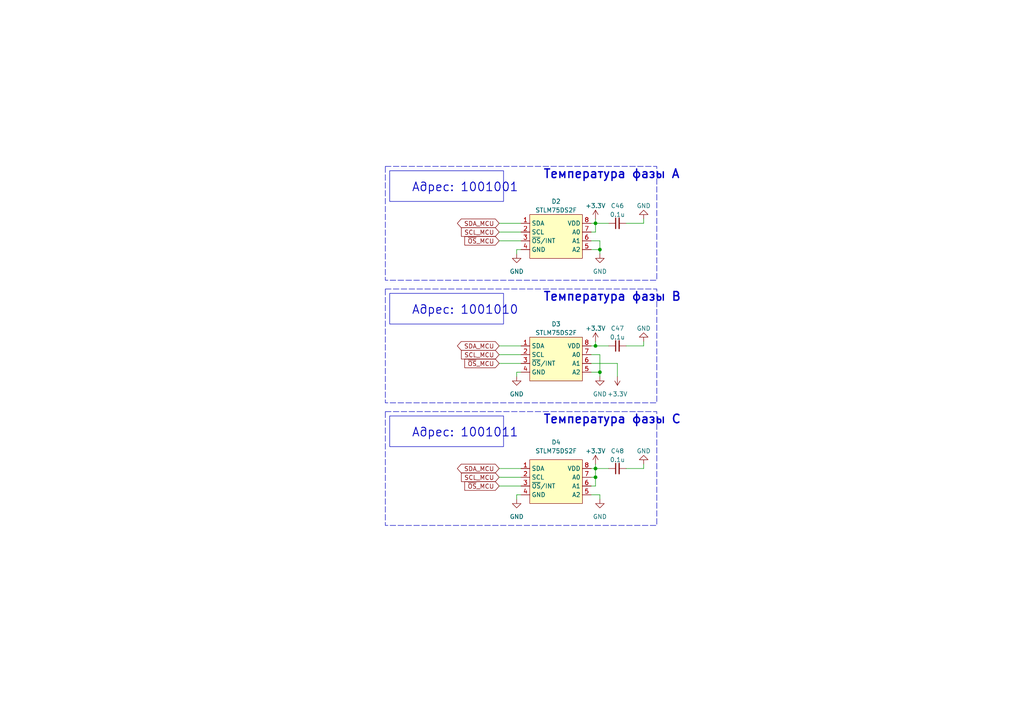
<source format=kicad_sch>
(kicad_sch (version 20230121) (generator eeschema)
  (paper "A4")
  (title_block (company "Московский Политех") (comment 1 "МПСТ.76721.758764.01.Э3.М"))
  (lib_symbols
    (symbol "Device:C_Small" (pin_numbers hide) (pin_names (offset 0.254) hide)
      (property "Reference" "C" (at 0.254 1.778 0))
      (property "Value" "C_Small" (at 0.254 -2.032 0))
      (symbol "C_Small_0_1"
        (polyline (pts (xy -1.524 -0.508) (xy 1.524 -0.508)) (stroke (width 0.3302)))
        (polyline (pts (xy -1.524 0.508) (xy 1.524 0.508)) (stroke (width 0.3048)))
      )
      (symbol "C_Small_1_1"
        (pin passive line (at 0 2.54 270) (length 2.032) (name "~") (number "1"))
        (pin passive line (at 0 -2.54 90) (length 2.032) (name "~") (number "2"))
      )
    )
    (symbol "STLM75DS2F_1"
      (property "Reference" "D" (at 0 5.08 0))
      (property "Value" "STLM75DS2F" (at 0 2.54 0))
      (symbol "STLM75DS2F_1_1_1"
        (rectangle (start -7.62 0) (end 7.62 -12.7) (fill (type background)))
        (pin input line (at -10.16 -2.54 0) (length 2.54) (name "SDA") (number "1"))
        (pin input line (at -10.16 -5.08 0) (length 2.54) (name "SCL") (number "2"))
        (pin input line (at -10.16 -7.62 0) (length 2.54) (name "~{OS}/INT") (number "3"))
        (pin input line (at -10.16 -10.16 0) (length 2.54) (name "GND") (number "4"))
        (pin input line (at 10.16 -10.16 180) (length 2.54) (name "A2") (number "5"))
        (pin input line (at 10.16 -7.62 180) (length 2.54) (name "A1") (number "6"))
        (pin input line (at 10.16 -5.08 180) (length 2.54) (name "A0") (number "7"))
        (pin input line (at 10.16 -2.54 180) (length 2.54) (name "VDD") (number "8"))
      )
    )
    (symbol "STLM75DS2F_2"
      (property "Reference" "D" (at 0 5.08 0))
      (property "Value" "STLM75DS2F" (at 0 2.54 0))
      (symbol "STLM75DS2F_2_1_1"
        (rectangle (start -7.62 0) (end 7.62 -12.7) (fill (type background)))
        (pin input line (at -10.16 -2.54 0) (length 2.54) (name "SDA") (number "1"))
        (pin input line (at -10.16 -5.08 0) (length 2.54) (name "SCL") (number "2"))
        (pin input line (at -10.16 -7.62 0) (length 2.54) (name "~{OS}/INT") (number "3"))
        (pin input line (at -10.16 -10.16 0) (length 2.54) (name "GND") (number "4"))
        (pin input line (at 10.16 -10.16 180) (length 2.54) (name "A2") (number "5"))
        (pin input line (at 10.16 -7.62 180) (length 2.54) (name "A1") (number "6"))
        (pin input line (at 10.16 -5.08 180) (length 2.54) (name "A0") (number "7"))
        (pin input line (at 10.16 -2.54 180) (length 2.54) (name "VDD") (number "8"))
      )
    )
    (symbol "Temperature_My:STLM75DS2F"
      (property "Reference" "D" (at 0 5.08 0))
      (property "Value" "STLM75DS2F" (at 0 2.54 0))
      (symbol "STLM75DS2F_1_1"
        (rectangle (start -7.62 0) (end 7.62 -12.7) (fill (type background)))
        (pin input line (at -10.16 -2.54 0) (length 2.54) (name "SDA") (number "1"))
        (pin input line (at -10.16 -5.08 0) (length 2.54) (name "SCL") (number "2"))
        (pin input line (at -10.16 -7.62 0) (length 2.54) (name "~{OS}/INT") (number "3"))
        (pin input line (at -10.16 -10.16 0) (length 2.54) (name "GND") (number "4"))
        (pin input line (at 10.16 -10.16 180) (length 2.54) (name "A2") (number "5"))
        (pin input line (at 10.16 -7.62 180) (length 2.54) (name "A1") (number "6"))
        (pin input line (at 10.16 -5.08 180) (length 2.54) (name "A0") (number "7"))
        (pin input line (at 10.16 -2.54 180) (length 2.54) (name "VDD") (number "8"))
      )
    )
    (symbol "power:+3.3V" (power) (pin_names (offset 0))
      (property "Value" "+3.3V" (at 0 3.556 0))
      (symbol "+3.3V_0_1"
        (polyline (pts (xy -0.762 1.27) (xy 0 2.54)))
        (polyline (pts (xy 0 0) (xy 0 2.54)))
        (polyline (pts (xy 0 2.54) (xy 0.762 1.27)))
      )
      (symbol "+3.3V_1_1"
        (pin power_in line (at 0 0 90) (length 0) hide (name "+3.3V") (number "1"))
      )
    )
    (symbol "power:GND" (power) (pin_names (offset 0))
      (property "Value" "GND" (at 0 -3.81 0))
      (symbol "GND_0_1"
        (polyline (pts (xy 0 0) (xy 0 -1.27) (xy 1.27 -1.27) (xy 0 -2.54) (xy -1.27 -1.27) (xy 0 -1.27)))
      )
      (symbol "GND_1_1"
        (pin power_in line (at 0 0 270) (length 0) hide (name "GND") (number "1"))
      )
    )
  )
  (junction (at 172.72 64.77))
  (junction (at 172.72 135.89))
  (junction (at 172.72 138.43))
  (junction (at 173.99 107.95))
  (junction (at 173.99 72.39))
  (junction (at 172.72 100.33))
  (wire (pts (xy 186.69 100.33) (xy 186.69 99.06)))
  (wire (pts (xy 173.99 107.95) (xy 173.99 109.22)))
  (wire (pts (xy 151.13 107.95) (xy 149.86 107.95)))
  (wire (pts (xy 171.45 64.77) (xy 172.72 64.77)))
  (wire (pts (xy 172.72 135.89) (xy 176.53 135.89)))
  (wire (pts (xy 171.45 100.33) (xy 172.72 100.33)))
  (wire (pts (xy 172.72 64.77) (xy 176.53 64.77)))
  (wire (pts (xy 173.99 69.85) (xy 173.99 72.39)))
  (wire (pts (xy 181.61 100.33) (xy 186.69 100.33)))
  (wire (pts (xy 144.78 64.77) (xy 151.13 64.77)))
  (wire (pts (xy 144.78 138.43) (xy 151.13 138.43)))
  (wire (pts (xy 172.72 67.31) (xy 172.72 64.77)))
  (wire (pts (xy 171.45 69.85) (xy 173.99 69.85)))
  (wire (pts (xy 151.13 72.39) (xy 149.86 72.39)))
  (wire (pts (xy 181.61 64.77) (xy 186.69 64.77)))
  (wire (pts (xy 171.45 143.51) (xy 173.99 143.51)))
  (wire (pts (xy 172.72 140.97) (xy 172.72 138.43)))
  (wire (pts (xy 144.78 135.89) (xy 151.13 135.89)))
  (wire (pts (xy 149.86 72.39) (xy 149.86 73.66)))
  (wire (pts (xy 171.45 105.41) (xy 179.07 105.41)))
  (wire (pts (xy 186.69 135.89) (xy 186.69 134.62)))
  (wire (pts (xy 144.78 105.41) (xy 151.13 105.41)))
  (wire (pts (xy 144.78 100.33) (xy 151.13 100.33)))
  (wire (pts (xy 172.72 138.43) (xy 172.72 135.89)))
  (wire (pts (xy 173.99 102.87) (xy 173.99 107.95)))
  (wire (pts (xy 172.72 100.33) (xy 176.53 100.33)))
  (wire (pts (xy 186.69 64.77) (xy 186.69 63.5)))
  (wire (pts (xy 172.72 135.89) (xy 172.72 134.62)))
  (wire (pts (xy 144.78 102.87) (xy 151.13 102.87)))
  (wire (pts (xy 172.72 100.33) (xy 172.72 99.06)))
  (wire (pts (xy 171.45 72.39) (xy 173.99 72.39)))
  (wire (pts (xy 144.78 69.85) (xy 151.13 69.85)))
  (wire (pts (xy 171.45 135.89) (xy 172.72 135.89)))
  (wire (pts (xy 171.45 138.43) (xy 172.72 138.43)))
  (wire (pts (xy 173.99 143.51) (xy 173.99 144.78)))
  (wire (pts (xy 172.72 64.77) (xy 172.72 63.5)))
  (wire (pts (xy 149.86 107.95) (xy 149.86 109.22)))
  (wire (pts (xy 171.45 67.31) (xy 172.72 67.31)))
  (wire (pts (xy 171.45 140.97) (xy 172.72 140.97)))
  (wire (pts (xy 149.86 143.51) (xy 149.86 144.78)))
  (wire (pts (xy 144.78 140.97) (xy 151.13 140.97)))
  (wire (pts (xy 151.13 143.51) (xy 149.86 143.51)))
  (wire (pts (xy 179.07 105.41) (xy 179.07 109.22)))
  (wire (pts (xy 144.78 67.31) (xy 151.13 67.31)))
  (wire (pts (xy 181.61 135.89) (xy 186.69 135.89)))
  (wire (pts (xy 171.45 102.87) (xy 173.99 102.87)))
  (wire (pts (xy 171.45 107.95) (xy 173.99 107.95)))
  (wire (pts (xy 173.99 72.39) (xy 173.99 73.66)))
  (rectangle (start 111.76 48.26) (end 190.5 81.28) (stroke (width 0) (type dash)))
  (rectangle (start 113.03 85.09) (end 146.05 93.98))
  (rectangle (start 113.03 120.65) (end 146.05 129.54))
  (rectangle (start 111.76 119.38) (end 190.5 152.4) (stroke (width 0) (type dash)))
  (rectangle (start 113.03 49.53) (end 146.05 58.42))
  (rectangle (start 111.76 83.82) (end 190.5 116.84) (stroke (width 0) (type dash)))
  (text "Температура фазы В" (at 157.48 87.63 0) (effects (font (size 2.5 2.5) (thickness 0.4) bold) (justify left bottom)))
  (text "Температура фазы А" (at 157.48 52.07 0) (effects (font (size 2.5 2.5) (thickness 0.4) bold) (justify left bottom)))
  (text "Адрес: 1001010" (at 119.38 91.44 0) (effects (font (size 2.5 2.5) (thickness 0.254) bold) (justify left bottom)))
  (text "Адрес: 1001011" (at 119.38 127 0) (effects (font (size 2.5 2.5) (thickness 0.254) bold) (justify left bottom)))
  (text "Температура фазы С" (at 157.48 123.19 0) (effects (font (size 2.5 2.5) (thickness 0.4) bold) (justify left bottom)))
  (text "Адрес: 1001001" (at 119.38 55.88 0) (effects (font (size 2.5 2.5) (thickness 0.254) bold) (justify left bottom)))
  (global_label "SCL_MCU" (shape input) (at 144.78 138.43 180) (property "Intersheetrefs" "${INTERSHEET_REFS}" (effects hide)))
  (global_label "~{OS}_MCU" (shape input) (at 144.78 69.85 180) (property "Intersheetrefs" "${INTERSHEET_REFS}" (effects hide)))
  (global_label "SDA_MCU" (shape bidirectional) (at 144.78 64.77 180) (property "Intersheetrefs" "${INTERSHEET_REFS}" (effects hide)))
  (global_label "~{OS}_MCU" (shape input) (at 144.78 140.97 180) (property "Intersheetrefs" "${INTERSHEET_REFS}" (effects hide)))
  (global_label "~{OS}_MCU" (shape input) (at 144.78 105.41 180) (property "Intersheetrefs" "${INTERSHEET_REFS}" (effects hide)))
  (global_label "SCL_MCU" (shape input) (at 144.78 67.31 180) (property "Intersheetrefs" "${INTERSHEET_REFS}" (effects hide)))
  (global_label "SDA_MCU" (shape bidirectional) (at 144.78 135.89 180) (property "Intersheetrefs" "${INTERSHEET_REFS}" (effects hide)))
  (global_label "SDA_MCU" (shape bidirectional) (at 144.78 100.33 180) (property "Intersheetrefs" "${INTERSHEET_REFS}" (effects hide)))
  (global_label "SCL_MCU" (shape input) (at 144.78 102.87 180) (property "Intersheetrefs" "${INTERSHEET_REFS}" (effects hide)))
  (symbol (lib_id "power:+3.3V") (at 172.72 134.62 0) (unit 1)
    (property "Reference" "#PWR031" (effects hide))
    (property "Value" "+3.3V" (at 172.72 130.81 0))
  )
  (symbol (lib_id "power:GND") (at 149.86 109.22 0) (unit 1)
    (property "Reference" "#PWR028" (effects hide))
    (property "Value" "GND" (at 149.86 114.3 0))
  )
  (symbol (lib_id "power:GND") (at 186.69 99.06 180) (unit 1)
    (property "Reference" "#PWR027" (effects hide))
    (property "Value" "GND" (at 186.69 95.25 0))
  )
  (symbol (lib_id "Temperature_My:STLM75DS2F") (at 161.29 133.35 0) (unit 1)
    (property "Reference" "D4" (at 161.29 128.27 0))
    (property "Value" "STLM75DS2F" (at 161.29 130.81 0))
    (property "Footprint" "Package_SO:MSOP-8_3x3mm_P0.65mm" (effects hide))
  )
  (symbol (lib_id "power:GND") (at 186.69 63.5 180) (unit 1)
    (property "Reference" "#PWR023" (effects hide))
    (property "Value" "GND" (at 186.69 59.69 0))
  )
  (symbol (lib_id "power:+3.3V") (at 172.72 99.06 0) (unit 1)
    (property "Reference" "#PWR026" (effects hide))
    (property "Value" "+3.3V" (at 172.72 95.25 0))
  )
  (symbol (lib_id "power:GND") (at 186.69 134.62 180) (unit 1)
    (property "Reference" "#PWR032" (effects hide))
    (property "Value" "GND" (at 186.69 130.81 0))
  )
  (symbol (lib_id "power:GND") (at 173.99 144.78 0) (unit 1)
    (property "Reference" "#PWR034" (effects hide))
    (property "Value" "GND" (at 173.99 149.86 0))
  )
  (symbol (lib_id "Device:C_Small") (at 179.07 100.33 90) (unit 1)
    (property "Reference" "C47" (at 179.0763 95.25 90))
    (property "Value" "0.1u" (at 179.0763 97.79 90))
    (property "Footprint" "Capacitor_SMD:C_0603_1608Metric_Pad1.08x0.95mm_HandSolder" (effects hide))
  )
  (symbol (lib_id "Device:C_Small") (at 179.07 135.89 90) (unit 1)
    (property "Reference" "C48" (at 179.0763 130.81 90))
    (property "Value" "0.1u" (at 179.0763 133.35 90))
    (property "Footprint" "Capacitor_SMD:C_0603_1608Metric_Pad1.08x0.95mm_HandSolder" (effects hide))
  )
  (symbol (lib_id "power:+3.3V") (at 172.72 63.5 0) (unit 1)
    (property "Reference" "#PWR022" (effects hide))
    (property "Value" "+3.3V" (at 172.72 59.69 0))
  )
  (symbol (lib_id "power:GND") (at 173.99 73.66 0) (unit 1)
    (property "Reference" "#PWR025" (effects hide))
    (property "Value" "GND" (at 173.99 78.74 0))
  )
  (symbol (lib_id "Device:C_Small") (at 179.07 64.77 90) (unit 1)
    (property "Reference" "C46" (at 179.0763 59.69 90))
    (property "Value" "0.1u" (at 179.0763 62.23 90))
    (property "Footprint" "Capacitor_SMD:C_0603_1608Metric_Pad1.08x0.95mm_HandSolder" (effects hide))
  )
  (symbol (lib_id "power:GND") (at 149.86 73.66 0) (unit 1)
    (property "Reference" "#PWR024" (effects hide))
    (property "Value" "GND" (at 149.86 78.74 0))
  )
  (symbol (lib_id "power:+3.3V") (at 179.07 109.22 180) (unit 1)
    (property "Reference" "#PWR030" (effects hide))
    (property "Value" "+3.3V" (at 179.07 114.3 0))
  )
  (symbol (lib_id "power:GND") (at 173.99 109.22 0) (unit 1)
    (property "Reference" "#PWR029" (effects hide))
    (property "Value" "GND" (at 173.99 114.3 0))
  )
  (symbol (lib_name "STLM75DS2F_1") (lib_id "Temperature_My:STLM75DS2F") (at 161.29 62.23 0) (unit 1)
    (property "Reference" "D2" (at 161.29 58.42 0))
    (property "Value" "STLM75DS2F" (at 161.29 60.96 0))
    (property "Footprint" "Package_SO:MSOP-8_3x3mm_P0.65mm" (effects hide))
  )
  (symbol (lib_name "STLM75DS2F_2") (lib_id "Temperature_My:STLM75DS2F") (at 161.29 97.79 0) (unit 1)
    (property "Reference" "D3" (at 161.29 93.98 0))
    (property "Value" "STLM75DS2F" (at 161.29 96.52 0))
    (property "Footprint" "Package_SO:MSOP-8_3x3mm_P0.65mm" (effects hide))
  )
  (symbol (lib_id "power:GND") (at 149.86 144.78 0) (unit 1)
    (property "Reference" "#PWR033" (effects hide))
    (property "Value" "GND" (at 149.86 149.86 0))
  )
)
</source>
